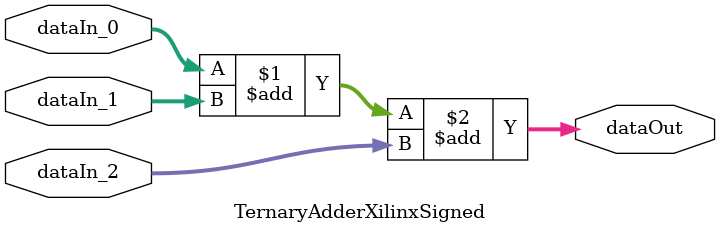
<source format=v>
`timescale 1ns/1ps

module TernaryAdderXilinxSigned
# (
  parameter width = 8,
  parameter mode = 0
)
(
  input  signed  [width - 1:0]    dataIn_0,
  input  signed  [width - 1:0]    dataIn_1,
  input  signed  [width - 1:0]    dataIn_2,
  output signed  [width + 1:0]    dataOut
);
  if(mode == 0) begin
    assign dataOut = dataIn_0 + dataIn_1 + dataIn_2;
  end
  else if(mode == 1) begin
    assign dataOut = dataIn_0 + dataIn_1 - dataIn_2;
  end
  else begin
    assign dataOut = dataIn_0 - dataIn_1 - dataIn_2;
  end

endmodule

</source>
